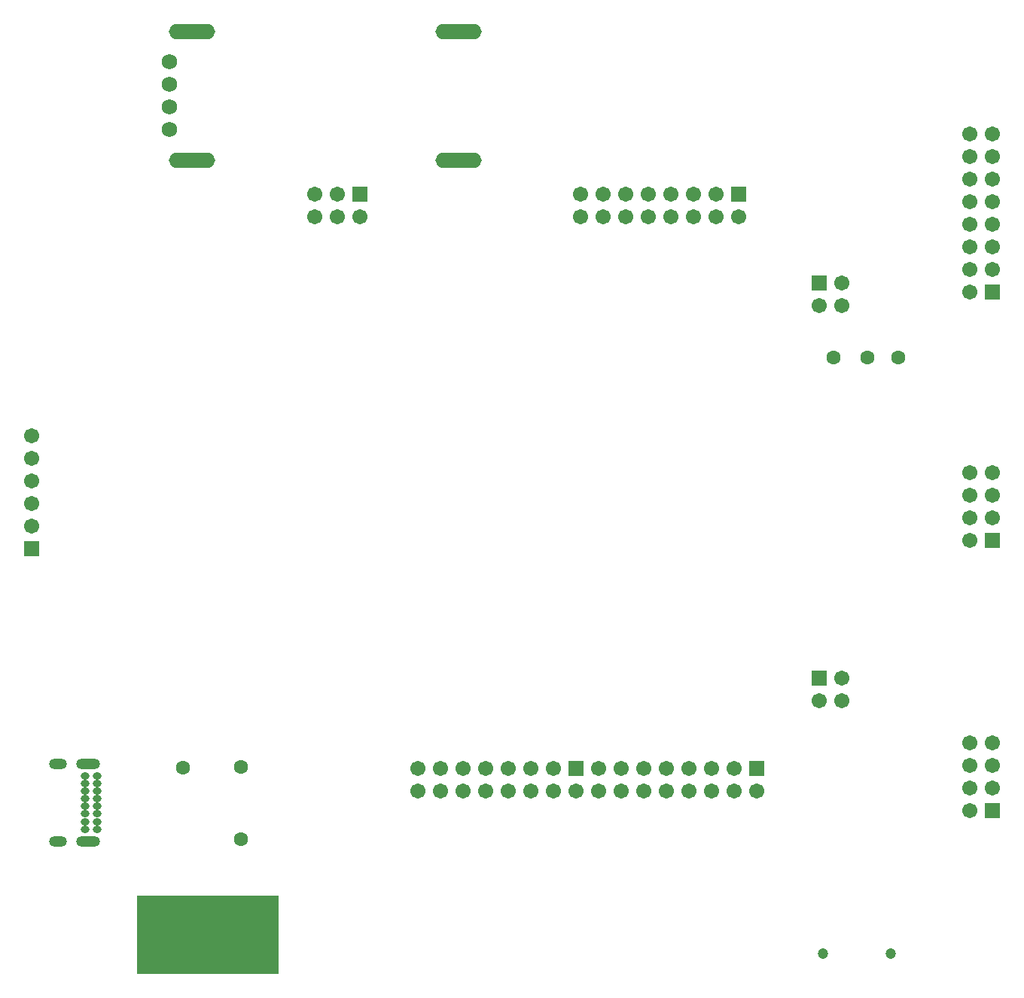
<source format=gbs>
G04*
G04 #@! TF.GenerationSoftware,Altium Limited,Altium Designer,20.0.13 (296)*
G04*
G04 Layer_Color=16711935*
%FSLAX25Y25*%
%MOIN*%
G70*
G01*
G75*
%ADD51R,0.62992X0.35100*%
%ADD66C,0.04737*%
%ADD72O,0.03950X0.03241*%
%ADD73O,0.10642X0.04737*%
%ADD74O,0.07887X0.04737*%
%ADD75O,0.20485X0.06706*%
%ADD76R,0.06706X0.06706*%
%ADD77C,0.06706*%
%ADD78R,0.06706X0.06706*%
%ADD79C,0.06706*%
%ADD80C,0.08674*%
%ADD81C,0.06312*%
%ADD82C,0.06800*%
D51*
X44488Y19478D02*
D03*
D66*
X316842Y10996D02*
D03*
X346842D02*
D03*
D72*
X-4700Y89640D02*
D03*
Y86293D02*
D03*
Y82947D02*
D03*
Y79600D02*
D03*
Y76254D02*
D03*
Y72907D02*
D03*
Y69561D02*
D03*
Y66214D02*
D03*
X-10014D02*
D03*
Y69561D02*
D03*
Y72907D02*
D03*
Y76254D02*
D03*
Y79600D02*
D03*
Y82947D02*
D03*
Y86293D02*
D03*
Y89640D02*
D03*
D73*
X-8558Y94955D02*
D03*
Y60899D02*
D03*
D74*
X-21865D02*
D03*
Y94955D02*
D03*
D75*
X155512Y419496D02*
D03*
Y362409D02*
D03*
X37402D02*
D03*
Y419496D02*
D03*
D76*
X111721Y347500D02*
D03*
X287442Y92996D02*
D03*
X207442D02*
D03*
X279442Y347500D02*
D03*
D77*
X111721Y337500D02*
D03*
X101721Y347500D02*
D03*
Y337500D02*
D03*
X91721Y347500D02*
D03*
Y337500D02*
D03*
X-33433Y200496D02*
D03*
Y210496D02*
D03*
Y220496D02*
D03*
Y230496D02*
D03*
Y240496D02*
D03*
X324942Y297996D02*
D03*
X314942D02*
D03*
X324942Y307996D02*
D03*
Y132996D02*
D03*
X314942Y122996D02*
D03*
X324942D02*
D03*
X381599Y74496D02*
D03*
X391599Y84496D02*
D03*
X381599D02*
D03*
X391599Y94496D02*
D03*
X381599D02*
D03*
X391599Y104496D02*
D03*
X381599D02*
D03*
Y223996D02*
D03*
X391599D02*
D03*
X381599Y213996D02*
D03*
X391599D02*
D03*
X381599Y203996D02*
D03*
X391599D02*
D03*
X381599Y193996D02*
D03*
X391598Y343996D02*
D03*
X381598D02*
D03*
Y333996D02*
D03*
X391598D02*
D03*
X381598Y323996D02*
D03*
X391598D02*
D03*
X381598Y313996D02*
D03*
X391598D02*
D03*
X381598Y303996D02*
D03*
X247442Y92996D02*
D03*
Y82996D02*
D03*
X257442D02*
D03*
Y92996D02*
D03*
X267442Y82996D02*
D03*
Y92996D02*
D03*
X277442Y82996D02*
D03*
Y92996D02*
D03*
X287442Y82996D02*
D03*
X207442D02*
D03*
X197442Y92996D02*
D03*
Y82996D02*
D03*
X187442Y92996D02*
D03*
Y82996D02*
D03*
X177442Y92996D02*
D03*
Y82996D02*
D03*
X167442D02*
D03*
Y92996D02*
D03*
X239442Y347500D02*
D03*
Y337500D02*
D03*
X249442D02*
D03*
Y347500D02*
D03*
X259442Y337500D02*
D03*
Y347500D02*
D03*
X269442Y337500D02*
D03*
Y347500D02*
D03*
X279442Y337500D02*
D03*
D78*
X-33433Y190496D02*
D03*
X314942Y307996D02*
D03*
Y132996D02*
D03*
X391599Y74496D02*
D03*
Y193996D02*
D03*
X391598Y303996D02*
D03*
D79*
X381598Y373996D02*
D03*
X391598D02*
D03*
X381598Y353996D02*
D03*
X391598D02*
D03*
Y363996D02*
D03*
X381598D02*
D03*
X217442Y82996D02*
D03*
Y92996D02*
D03*
X237442Y82996D02*
D03*
Y92996D02*
D03*
X227442D02*
D03*
Y82996D02*
D03*
X147442D02*
D03*
Y92996D02*
D03*
X157442D02*
D03*
Y82996D02*
D03*
X137442Y92996D02*
D03*
Y82996D02*
D03*
X209442Y337500D02*
D03*
Y347500D02*
D03*
X229442Y337500D02*
D03*
Y347500D02*
D03*
X219442D02*
D03*
Y337500D02*
D03*
D80*
X44488Y18504D02*
D03*
D81*
X33569Y93396D02*
D03*
X59069Y93896D02*
D03*
Y61896D02*
D03*
X350233Y275000D02*
D03*
X336442D02*
D03*
X321442D02*
D03*
D82*
X27559Y405953D02*
D03*
Y395953D02*
D03*
Y385953D02*
D03*
Y375953D02*
D03*
M02*

</source>
